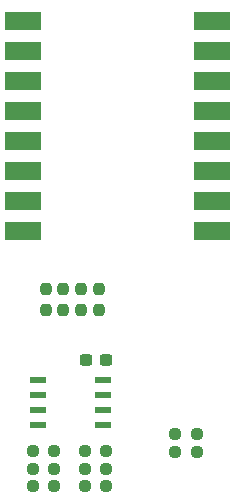
<source format=gbr>
%TF.GenerationSoftware,KiCad,Pcbnew,9.0.2*%
%TF.CreationDate,2025-06-04T19:43:54+07:00*%
%TF.ProjectId,Wheelspeed New,57686565-6c73-4706-9565-64204e65772e,rev?*%
%TF.SameCoordinates,Original*%
%TF.FileFunction,Paste,Top*%
%TF.FilePolarity,Positive*%
%FSLAX46Y46*%
G04 Gerber Fmt 4.6, Leading zero omitted, Abs format (unit mm)*
G04 Created by KiCad (PCBNEW 9.0.2) date 2025-06-04 19:43:54*
%MOMM*%
%LPD*%
G01*
G04 APERTURE LIST*
G04 Aperture macros list*
%AMRoundRect*
0 Rectangle with rounded corners*
0 $1 Rounding radius*
0 $2 $3 $4 $5 $6 $7 $8 $9 X,Y pos of 4 corners*
0 Add a 4 corners polygon primitive as box body*
4,1,4,$2,$3,$4,$5,$6,$7,$8,$9,$2,$3,0*
0 Add four circle primitives for the rounded corners*
1,1,$1+$1,$2,$3*
1,1,$1+$1,$4,$5*
1,1,$1+$1,$6,$7*
1,1,$1+$1,$8,$9*
0 Add four rect primitives between the rounded corners*
20,1,$1+$1,$2,$3,$4,$5,0*
20,1,$1+$1,$4,$5,$6,$7,0*
20,1,$1+$1,$6,$7,$8,$9,0*
20,1,$1+$1,$8,$9,$2,$3,0*%
G04 Aperture macros list end*
%ADD10R,3.025000X1.524000*%
%ADD11R,1.460500X0.533400*%
%ADD12RoundRect,0.237500X-0.237500X0.250000X-0.237500X-0.250000X0.237500X-0.250000X0.237500X0.250000X0*%
%ADD13RoundRect,0.237500X0.237500X-0.250000X0.237500X0.250000X-0.237500X0.250000X-0.237500X-0.250000X0*%
%ADD14RoundRect,0.237500X0.250000X0.237500X-0.250000X0.237500X-0.250000X-0.237500X0.250000X-0.237500X0*%
%ADD15RoundRect,0.237500X-0.250000X-0.237500X0.250000X-0.237500X0.250000X0.237500X-0.250000X0.237500X0*%
%ADD16RoundRect,0.237500X0.300000X0.237500X-0.300000X0.237500X-0.300000X-0.237500X0.300000X-0.237500X0*%
G04 APERTURE END LIST*
D10*
%TO.C,U1*%
X122985000Y-109640000D03*
X107015000Y-124880000D03*
X107015000Y-122340000D03*
X107015000Y-119800000D03*
X107015000Y-117260000D03*
X107015000Y-114720000D03*
X107015000Y-112180000D03*
X107015000Y-109640000D03*
X122985000Y-107100000D03*
X107015000Y-107100000D03*
X122985000Y-114720000D03*
X122985000Y-112180000D03*
X122985000Y-117260000D03*
X122985000Y-119800000D03*
X122985000Y-122340000D03*
X122985000Y-124880000D03*
%TD*%
D11*
%TO.C,U2*%
X108275850Y-137495000D03*
X108275850Y-138765000D03*
X108275850Y-140035000D03*
X108275850Y-141305000D03*
X113724150Y-141305000D03*
X113724150Y-140035000D03*
X113724150Y-138765000D03*
X113724150Y-137495000D03*
%TD*%
D12*
%TO.C,R21*%
X108900000Y-129775000D03*
X108900000Y-131600000D03*
%TD*%
D13*
%TO.C,R24*%
X111900000Y-131600000D03*
X111900000Y-129775000D03*
%TD*%
D14*
%TO.C,R4*%
X114012500Y-143500000D03*
X112187500Y-143500000D03*
%TD*%
%TO.C,R10*%
X121700000Y-143600000D03*
X119875000Y-143600000D03*
%TD*%
%TO.C,R13*%
X109610000Y-146510000D03*
X107785000Y-146510000D03*
%TD*%
D15*
%TO.C,R2*%
X107785000Y-143500000D03*
X109610000Y-143500000D03*
%TD*%
D16*
%TO.C,C1*%
X114000000Y-135800000D03*
X112275000Y-135800000D03*
%TD*%
D14*
%TO.C,R1*%
X109612500Y-145000000D03*
X107787500Y-145000000D03*
%TD*%
%TO.C,R9*%
X121700000Y-142100000D03*
X119875000Y-142100000D03*
%TD*%
D15*
%TO.C,R3*%
X112187500Y-145000000D03*
X114012500Y-145000000D03*
%TD*%
D13*
%TO.C,R22*%
X110400000Y-131600000D03*
X110400000Y-129775000D03*
%TD*%
D12*
%TO.C,R23*%
X113400000Y-129775000D03*
X113400000Y-131600000D03*
%TD*%
D15*
%TO.C,R14*%
X112187500Y-146500000D03*
X114012500Y-146500000D03*
%TD*%
M02*

</source>
